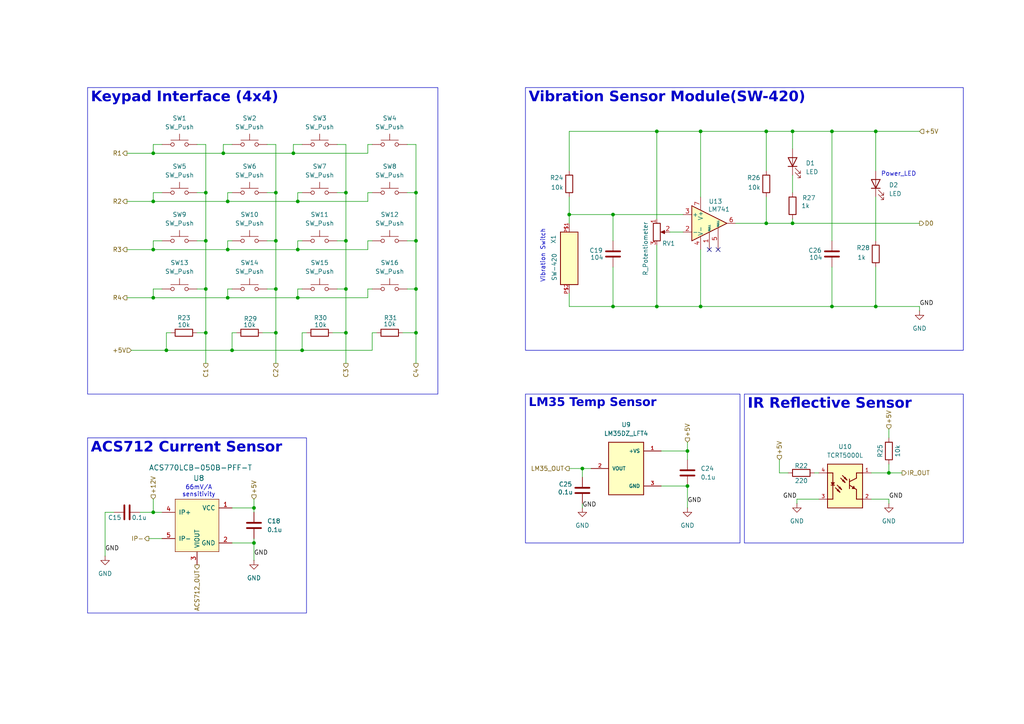
<source format=kicad_sch>
(kicad_sch (version 20250114) (generator "eeschema") (generator_version "9.0")
  (paper "A4")
  (title_block (title "Sensors and Keypad") (date "2026-01-7") (company "YUKESH S 2024104010"))
  (lib_symbols
    (symbol "Amplifier_Operational:LM741" (pin_names (offset 0.127))
      (property "Reference" "U13" (at 2.794 -4.064 0))
      (property "Value" "LM741" (at 3.302 -6.604 0))
      (symbol "LM741_0_1"
        (polyline (pts (xy -5.08 5.08) (xy 5.08 0) (xy -5.08 -5.08) (xy -5.08 5.08)) (stroke (width 0.254)) (fill (type background)))
      )
      (symbol "LM741_1_1"
        (pin input line (at -7.62 2.54 0) (length 2.54) (name "+") (number "3"))
        (pin input line (at -7.62 -2.54 0) (length 2.54) (name "-") (number "2"))
        (pin power_in line (at -2.54 7.62 270) (length 3.81) (name "V+") (number "7"))
        (pin power_in line (at -2.54 -7.62 90) (length 3.81) (name "V-") (number "4"))
        (pin no_connect line (at 0 2.54 270) (length 2.54) (hide yes) (name "NC") (number "8"))
        (pin input line (at 0 -7.62 90) (length 5.08) (name "NULL") (number "1"))
        (pin input line (at 2.54 -7.62 90) (length 6.35) (name "NULL") (number "5"))
        (pin output line (at 7.62 0 180) (length 2.54) (name "~") (number "6"))
      )
    )
    (symbol "Device:C" (pin_numbers (hide yes)) (pin_names (offset 0.254))
      (property "Reference" "C" (at 0.635 2.54 0))
      (property "Value" "C" (at 0.635 -2.54 0))
      (symbol "C_0_1"
        (polyline (pts (xy -2.032 0.762) (xy 2.032 0.762)) (stroke (width 0.508)))
        (polyline (pts (xy -2.032 -0.762) (xy 2.032 -0.762)) (stroke (width 0.508)))
      )
      (symbol "C_1_1"
        (pin passive line (at 0 3.81 270) (length 2.794) (name "~") (number "1"))
        (pin passive line (at 0 -3.81 90) (length 2.794) (name "~") (number "2"))
      )
    )
    (symbol "Device:LED" (pin_numbers (hide yes)) (pin_names (offset 1.016) (hide yes))
      (property "Reference" "D" (at 0 2.54 0))
      (property "Value" "LED" (at 0 -2.54 0))
      (symbol "LED_0_1"
        (polyline (pts (xy -3.048 -0.762) (xy -4.572 -2.286) (xy -3.81 -2.286) (xy -4.572 -2.286) (xy -4.572 -1.524)))
        (polyline (pts (xy -1.778 -0.762) (xy -3.302 -2.286) (xy -2.54 -2.286) (xy -3.302 -2.286) (xy -3.302 -1.524)))
        (polyline (pts (xy -1.27 0) (xy 1.27 0)))
        (polyline (pts (xy -1.27 -1.27) (xy -1.27 1.27)) (stroke (width 0.254)))
        (polyline (pts (xy 1.27 -1.27) (xy 1.27 1.27) (xy -1.27 0) (xy 1.27 -1.27)) (stroke (width 0.254)))
      )
      (symbol "LED_1_1"
        (pin passive line (at -3.81 0 0) (length 2.54) (name "K") (number "1"))
        (pin passive line (at 3.81 0 180) (length 2.54) (name "A") (number "2"))
      )
    )
    (symbol "Device:R" (pin_numbers (hide yes)) (pin_names (offset 0))
      (property "Reference" "R" (at 2.032 0 90))
      (property "Value" "R" (at 0 0 90))
      (symbol "R_0_1"
        (rectangle (start -1.016 -2.54) (end 1.016 2.54) (stroke (width 0.254)))
      )
      (symbol "R_1_1"
        (pin passive line (at 0 3.81 270) (length 1.27) (name "~") (number "1"))
        (pin passive line (at 0 -3.81 90) (length 1.27) (name "~") (number "2"))
      )
    )
    (symbol "Device:R_Potentiometer" (pin_names (offset 1.016) (hide yes))
      (property "Reference" "RV" (at -4.445 0 90))
      (property "Value" "R_Potentiometer" (at -2.54 0 90))
      (symbol "R_Potentiometer_0_1"
        (rectangle (start 1.016 2.54) (end -1.016 -2.54) (stroke (width 0.254)))
        (polyline (pts (xy 1.143 0) (xy 2.286 0.508) (xy 2.286 -0.508) (xy 1.143 0)) (fill (type outline)))
        (polyline (pts (xy 2.54 0) (xy 1.524 0)))
      )
      (symbol "R_Potentiometer_1_1"
        (pin passive line (at 0 3.81 270) (length 1.27) (name "1") (number "1"))
        (pin passive line (at 0 -3.81 90) (length 1.27) (name "3") (number "3"))
        (pin passive line (at 3.81 0 180) (length 1.27) (name "2") (number "2"))
      )
    )
    (symbol "LM35DZ_LFT4:LM35DZ_LFT4" (pin_names (offset 1.016))
      (property "Reference" "U9" (at 0 12.7 0))
      (property "Value" "LM35DZ_LFT4" (at 0 10.16 0))
      (symbol "LM35DZ_LFT4_0_0"
        (rectangle (start -5.08 -7.62) (end 5.08 7.62) (stroke (width 0.254)) (fill (type background)))
        (pin output line (at -10.16 0 0) (length 5.08) (name "VOUT") (number "2"))
        (pin power_in line (at 10.16 5.08 180) (length 5.08) (name "+VS") (number "1"))
        (pin power_in line (at 10.16 -5.08 180) (length 5.08) (name "GND") (number "3"))
      )
    )
    (symbol "SW-420:SW-420" (pin_names (offset 1.016))
      (property "Reference" "X1" (at 0.254 6.858 0))
      (property "Value" "SW-420" (at 0.254 4.572 0))
      (symbol "SW-420_0_0"
        (rectangle (start -7.62 -2.54) (end 7.62 2.54) (stroke (width 0.254)) (fill (type background)))
        (pin bidirectional line (at -10.16 0 0) (length 2.54) (name "~") (number "P$1"))
        (pin bidirectional line (at 10.16 0 180) (length 2.54) (name "~") (number "P$2"))
      )
    )
    (symbol "Switch:SW_Push" (pin_numbers (hide yes)) (pin_names (offset 1.016) (hide yes))
      (property "Reference" "SW" (at 1.27 2.54 0))
      (property "Value" "SW_Push" (at 0 -1.524 0))
      (symbol "SW_Push_0_1"
        (circle (center -2.032 0) (radius 0.508))
        (polyline (pts (xy 0 1.27) (xy 0 3.048)))
        (circle (center 2.032 0) (radius 0.508))
        (polyline (pts (xy 2.54 1.27) (xy -2.54 1.27)))
        (pin passive line (at -5.08 0 0) (length 2.54) (name "1") (number "1"))
        (pin passive line (at 5.08 0 180) (length 2.54) (name "2") (number "2"))
      )
    )
    (symbol "TCRT5000L:TCRT5000L" (pin_names (offset 1.016))
      (property "Reference" "U" (at -5.1092 5.6131 0))
      (property "Value" "TCRT5000L" (at -5.093 -10.1813 0))
      (symbol "TCRT5000L_0_0"
        (rectangle (start -5.08 -7.62) (end 5.08 5.08) (stroke (width 0.254)) (fill (type background)))
        (polyline (pts (xy -4.064 -1.016) (xy -3.556 -1.016)) (stroke (width 0.254)))
        (polyline (pts (xy -3.556 2.54) (xy -5.08 2.54)) (stroke (width 0.254)))
        (polyline (pts (xy -3.556 2.54) (xy -3.556 -0.254)) (stroke (width 0.254)))
        (polyline (pts (xy -3.556 -1.016) (xy -3.556 -5.08)) (stroke (width 0.254)))
        (polyline (pts (xy -3.556 -1.016) (xy -3.048 -1.016)) (stroke (width 0.254)))
        (polyline (pts (xy -3.556 -1.016) (xy -4.064 -0.254) (xy -3.048 -0.254) (xy -3.556 -1.016)) (stroke (width 0.1524)) (fill (type outline)))
        (polyline (pts (xy -3.556 -5.08) (xy -5.08 -5.08)) (stroke (width 0.254)))
        (polyline (pts (xy -2.794 -1.778) (xy -1.524 -3.048)) (stroke (width 0.254)))
        (polyline (pts (xy -2.286 -1.016) (xy -1.016 -2.286)) (stroke (width 0.254)))
        (polyline (pts (xy -1.524 -3.048) (xy -2.286 -2.54)) (stroke (width 0.254)))
        (polyline (pts (xy -1.524 -3.048) (xy -2.032 -2.286)) (stroke (width 0.254)))
        (polyline (pts (xy -1.27 1.016) (xy 0 -0.254)) (stroke (width 0.254)))
        (polyline (pts (xy -1.016 -2.286) (xy -1.778 -1.778)) (stroke (width 0.254)))
        (polyline (pts (xy -1.016 -2.286) (xy -1.524 -1.524)) (stroke (width 0.254)))
        (polyline (pts (xy -0.762 1.778) (xy 0.508 0.508)) (stroke (width 0.254)))
        (polyline (pts (xy 0 -0.254) (xy -0.762 0.254)) (stroke (width 0.254)))
        (polyline (pts (xy 0 -0.254) (xy -0.508 0.508)) (stroke (width 0.254)))
        (polyline (pts (xy 0.508 0.508) (xy -0.254 1.016)) (stroke (width 0.254)))
        (polyline (pts (xy 0.508 0.508) (xy 0 1.27)) (stroke (width 0.254)))
        (polyline (pts (xy 1.27 0) (xy 1.27 0.762)) (stroke (width 0.254)))
        (polyline (pts (xy 1.27 0) (xy 1.27 -1.016)) (stroke (width 0.254)))
        (polyline (pts (xy 1.27 -1.016) (xy 1.27 -2.032)) (stroke (width 0.254)))
        (polyline (pts (xy 1.27 -1.016) (xy 3.302 -2.286)) (stroke (width 0.254)))
        (polyline (pts (xy 2.032 -2.032) (xy 2.54 -1.27) (xy 2.794 -2.032) (xy 2.032 -2.032)) (stroke (width 0.1524)) (fill (type outline)))
        (polyline (pts (xy 3.302 2.54) (xy 3.302 1.016)) (stroke (width 0.254)))
        (polyline (pts (xy 3.302 2.54) (xy 5.08 2.54)) (stroke (width 0.254)))
        (polyline (pts (xy 3.302 1.016) (xy 1.27 0)) (stroke (width 0.254)))
        (polyline (pts (xy 3.302 -2.286) (xy 3.302 -5.08)) (stroke (width 0.254)))
        (polyline (pts (xy 3.302 -5.08) (xy 5.08 -5.08)) (stroke (width 0.254)))
        (pin passive line (at -7.62 2.54 0) (length 2.54) (name "~") (number "4"))
        (pin passive line (at -7.62 -5.08 0) (length 2.54) (name "~") (number "3"))
        (pin passive line (at 7.62 2.54 180) (length 2.54) (name "~") (number "1"))
        (pin passive line (at 7.62 -5.08 180) (length 2.54) (name "~") (number "2"))
      )
    )
    (symbol "dk_Current-Sensors:ACS770LCB-050B-PFF-T" (pin_names (offset 1.016))
      (property "Reference" "U8" (at 0 12.446 0))
      (property "Value" "ACS770LCB-050B-PFF-T" (at 1.016 15.494 0))
      (symbol "ACS770LCB-050B-PFF-T_1_1"
        (rectangle (start -6.35 6.35) (end 6.35 -8.89) (fill (type background)))
        (pin input line (at -10.16 2.54 0) (length 3.81) (name "IP+") (number "4"))
        (pin input line (at -10.16 -5.08 0) (length 3.81) (name "IP-") (number "5"))
        (pin output line (at 0 -12.7 90) (length 3.81) (name "VIOUT") (number "3"))
        (pin power_in line (at 10.16 3.81 180) (length 3.81) (name "VCC") (number "1"))
        (pin power_in line (at 10.16 -6.35 180) (length 3.81) (name "GND") (number "2"))
      )
    )
    (symbol "power:GND" (power) (pin_numbers (hide yes)) (pin_names (offset 0) (hide yes))
      (property "Value" "GND" (at 0 -3.81 0))
      (symbol "GND_0_1"
        (polyline (pts (xy 0 0) (xy 0 -1.27) (xy 1.27 -1.27) (xy 0 -2.54) (xy -1.27 -1.27) (xy 0 -1.27)))
      )
      (symbol "GND_1_1"
        (pin power_in line (at 0 0 270) (length 0) (name "~") (number "1"))
      )
    )
  )
  (text "Vibration Switch" (at 157.48 82.042 90) (effects (font (size 1.27 1.27)) (justify left)))
  (text "Power_LED" (at 255.524 50.546 0) (effects (font (size 1.27 1.27)) (justify left)))
  (text "66mV/A\nsensitivity" (at 57.658 142.494 0) (effects (font (size 1.27 1.27) (thickness 0.1588))))
  (text_box "ACS712 Current Sensor" (at 25.4 127 0) (size 63.5 50.8) (margins 0.9525 0.9525 0.9525 0.9525) (effects (font (size 3 3) (thickness 0.254) (bold yes)) (justify left top)))
  (text_box "Vibration Sensor Module(SW-420)" (at 152.4 25.4 0) (size 127 76.2) (margins 0.9525 0.9525 0.9525 0.9525) (effects (font (size 3 3) (bold yes)) (justify left top)))
  (text_box "IR Reflective Sensor" (at 215.9 114.3 0) (size 63.5 43.18) (margins 0.9525 0.9525 0.9525 0.9525) (effects (font (size 3 3) (thickness 0.254) (bold yes)) (justify left top)))
  (text_box "LM35 Temp Sensor" (at 152.4 114.3 0) (size 62.23 43.18) (margins 0.9525 0.9525 0.9525 0.9525) (effects (font (size 2.5 2.5) (thickness 0.254) (bold yes)) (justify left top)))
  (text_box "Keypad Interface (4x4)" (at 25.4 25.4 0) (size 101.6 88.9) (margins 0.9525 0.9525 0.9525 0.9525) (effects (font (size 3 3) (bold yes)) (justify left top)))
  (junction (at 86.36 58.42))
  (junction (at 100.33 55.88))
  (junction (at 199.39 140.97))
  (junction (at 44.45 58.42))
  (junction (at 120.65 96.52))
  (junction (at 86.36 86.36))
  (junction (at 120.65 83.82))
  (junction (at 100.33 69.85))
  (junction (at 73.66 157.48))
  (junction (at 87.63 101.6))
  (junction (at 100.33 96.52))
  (junction (at 85.09 44.45))
  (junction (at 73.66 147.32))
  (junction (at 222.25 64.77))
  (junction (at 80.01 83.82))
  (junction (at 254 88.9))
  (junction (at 177.8 88.9))
  (junction (at 254 38.1))
  (junction (at 59.69 69.85))
  (junction (at 177.8 62.23))
  (junction (at 100.33 83.82))
  (junction (at 190.5 38.1))
  (junction (at 120.65 55.88))
  (junction (at 44.45 148.59))
  (junction (at 203.2 38.1))
  (junction (at 66.04 58.42))
  (junction (at 59.69 83.82))
  (junction (at 59.69 55.88))
  (junction (at 66.04 86.36))
  (junction (at 44.45 86.36))
  (junction (at 168.91 135.89))
  (junction (at 190.5 88.9))
  (junction (at 64.77 44.45))
  (junction (at 257.81 137.16))
  (junction (at 44.45 44.45))
  (junction (at 48.26 101.6))
  (junction (at 80.01 69.85))
  (junction (at 199.39 130.81))
  (junction (at 80.01 55.88))
  (junction (at 229.87 38.1))
  (junction (at 203.2 88.9))
  (junction (at 165.1 62.23))
  (junction (at 222.25 38.1))
  (junction (at 44.45 72.39))
  (junction (at 241.3 88.9))
  (junction (at 67.31 101.6))
  (junction (at 229.87 64.77))
  (junction (at 80.01 96.52))
  (junction (at 66.04 72.39))
  (junction (at 59.69 96.52))
  (junction (at 241.3 38.1))
  (junction (at 86.36 72.39))
  (junction (at 120.65 69.85))
  (no_connect (at 208.28 72.39))
  (no_connect (at 205.74 72.39))
  (wire (pts (xy 226.06 133.35) (xy 226.06 137.16)))
  (wire (pts (xy 100.33 69.85) (xy 100.33 83.82)))
  (wire (pts (xy 106.68 41.91) (xy 107.95 41.91)))
  (wire (pts (xy 36.83 58.42) (xy 44.45 58.42)))
  (wire (pts (xy 97.79 41.91) (xy 100.33 41.91)))
  (wire (pts (xy 44.45 55.88) (xy 44.45 58.42)))
  (wire (pts (xy 252.73 144.78) (xy 257.81 144.78)))
  (wire (pts (xy 66.04 69.85) (xy 66.04 72.39)))
  (wire (pts (xy 106.68 55.88) (xy 106.68 58.42)))
  (wire (pts (xy 120.65 55.88) (xy 120.65 69.85)))
  (wire (pts (xy 107.95 101.6) (xy 107.95 96.52)))
  (wire (pts (xy 86.36 69.85) (xy 86.36 72.39)))
  (wire (pts (xy 44.45 58.42) (xy 66.04 58.42)))
  (wire (pts (xy 222.25 57.15) (xy 222.25 64.77)))
  (wire (pts (xy 59.69 83.82) (xy 59.69 96.52)))
  (wire (pts (xy 44.45 86.36) (xy 66.04 86.36)))
  (wire (pts (xy 87.63 41.91) (xy 85.09 41.91)))
  (wire (pts (xy 86.36 58.42) (xy 106.68 58.42)))
  (wire (pts (xy 241.3 88.9) (xy 203.2 88.9)))
  (wire (pts (xy 191.77 140.97) (xy 199.39 140.97)))
  (wire (pts (xy 59.69 41.91) (xy 59.69 55.88)))
  (wire (pts (xy 30.48 148.59) (xy 30.48 161.29)))
  (wire (pts (xy 203.2 38.1) (xy 222.25 38.1)))
  (wire (pts (xy 87.63 83.82) (xy 86.36 83.82)))
  (wire (pts (xy 33.02 148.59) (xy 30.48 148.59)))
  (wire (pts (xy 73.66 144.78) (xy 73.66 147.32)))
  (wire (pts (xy 231.14 144.78) (xy 237.49 144.78)))
  (wire (pts (xy 229.87 50.8) (xy 229.87 55.88)))
  (wire (pts (xy 190.5 71.12) (xy 190.5 88.9)))
  (wire (pts (xy 66.04 58.42) (xy 86.36 58.42)))
  (wire (pts (xy 165.1 85.09) (xy 165.1 88.9)))
  (wire (pts (xy 86.36 72.39) (xy 106.68 72.39)))
  (wire (pts (xy 97.79 83.82) (xy 100.33 83.82)))
  (wire (pts (xy 67.31 83.82) (xy 66.04 83.82)))
  (wire (pts (xy 177.8 88.9) (xy 190.5 88.9)))
  (wire (pts (xy 190.5 38.1) (xy 203.2 38.1)))
  (wire (pts (xy 116.84 96.52) (xy 120.65 96.52)))
  (wire (pts (xy 254 88.9) (xy 241.3 88.9)))
  (wire (pts (xy 199.39 140.97) (xy 199.39 147.32)))
  (wire (pts (xy 57.15 96.52) (xy 59.69 96.52)))
  (wire (pts (xy 106.68 41.91) (xy 106.68 44.45)))
  (wire (pts (xy 67.31 69.85) (xy 66.04 69.85)))
  (wire (pts (xy 73.66 156.21) (xy 73.66 157.48)))
  (wire (pts (xy 199.39 128.27) (xy 199.39 130.81)))
  (wire (pts (xy 254 38.1) (xy 254 49.53)))
  (wire (pts (xy 254 38.1) (xy 266.7 38.1)))
  (wire (pts (xy 177.8 77.47) (xy 177.8 88.9)))
  (wire (pts (xy 73.66 157.48) (xy 73.66 162.56)))
  (wire (pts (xy 59.69 55.88) (xy 59.69 69.85)))
  (wire (pts (xy 236.22 137.16) (xy 237.49 137.16)))
  (wire (pts (xy 107.95 55.88) (xy 106.68 55.88)))
  (wire (pts (xy 165.1 62.23) (xy 177.8 62.23)))
  (wire (pts (xy 57.15 69.85) (xy 59.69 69.85)))
  (wire (pts (xy 168.91 135.89) (xy 171.45 135.89)))
  (wire (pts (xy 85.09 41.91) (xy 85.09 44.45)))
  (wire (pts (xy 106.68 83.82) (xy 106.68 86.36)))
  (wire (pts (xy 86.36 55.88) (xy 86.36 58.42)))
  (wire (pts (xy 118.11 83.82) (xy 120.65 83.82)))
  (wire (pts (xy 190.5 38.1) (xy 190.5 63.5)))
  (wire (pts (xy 48.26 96.52) (xy 48.26 101.6)))
  (wire (pts (xy 44.45 44.45) (xy 64.77 44.45)))
  (wire (pts (xy 165.1 57.15) (xy 165.1 62.23)))
  (wire (pts (xy 165.1 88.9) (xy 177.8 88.9)))
  (wire (pts (xy 254 57.15) (xy 254 69.85)))
  (wire (pts (xy 57.15 83.82) (xy 59.69 83.82)))
  (wire (pts (xy 67.31 41.91) (xy 64.77 41.91)))
  (wire (pts (xy 44.45 148.59) (xy 46.99 148.59)))
  (wire (pts (xy 80.01 96.52) (xy 80.01 105.41)))
  (wire (pts (xy 36.83 86.36) (xy 44.45 86.36)))
  (wire (pts (xy 46.99 69.85) (xy 44.45 69.85)))
  (wire (pts (xy 191.77 130.81) (xy 199.39 130.81)))
  (wire (pts (xy 66.04 72.39) (xy 86.36 72.39)))
  (wire (pts (xy 222.25 38.1) (xy 229.87 38.1)))
  (wire (pts (xy 57.15 55.88) (xy 59.69 55.88)))
  (wire (pts (xy 67.31 101.6) (xy 87.63 101.6)))
  (wire (pts (xy 266.7 90.17) (xy 266.7 88.9)))
  (wire (pts (xy 46.99 83.82) (xy 44.45 83.82)))
  (wire (pts (xy 86.36 86.36) (xy 106.68 86.36)))
  (wire (pts (xy 120.65 96.52) (xy 120.65 105.41)))
  (wire (pts (xy 85.09 44.45) (xy 106.68 44.45)))
  (wire (pts (xy 203.2 88.9) (xy 190.5 88.9)))
  (wire (pts (xy 44.45 69.85) (xy 44.45 72.39)))
  (wire (pts (xy 257.81 137.16) (xy 261.62 137.16)))
  (wire (pts (xy 67.31 55.88) (xy 66.04 55.88)))
  (wire (pts (xy 86.36 83.82) (xy 86.36 86.36)))
  (wire (pts (xy 231.14 146.05) (xy 231.14 144.78)))
  (wire (pts (xy 44.45 83.82) (xy 44.45 86.36)))
  (wire (pts (xy 107.95 96.52) (xy 109.22 96.52)))
  (wire (pts (xy 87.63 101.6) (xy 107.95 101.6)))
  (wire (pts (xy 66.04 86.36) (xy 86.36 86.36)))
  (wire (pts (xy 107.95 83.82) (xy 106.68 83.82)))
  (wire (pts (xy 165.1 135.89) (xy 168.91 135.89)))
  (wire (pts (xy 168.91 135.89) (xy 168.91 138.43)))
  (wire (pts (xy 97.79 55.88) (xy 100.33 55.88)))
  (wire (pts (xy 229.87 38.1) (xy 229.87 43.18)))
  (wire (pts (xy 120.65 83.82) (xy 120.65 96.52)))
  (wire (pts (xy 199.39 130.81) (xy 199.39 133.35)))
  (wire (pts (xy 120.65 41.91) (xy 120.65 55.88)))
  (wire (pts (xy 241.3 77.47) (xy 241.3 88.9)))
  (wire (pts (xy 257.81 144.78) (xy 257.81 146.05)))
  (wire (pts (xy 118.11 41.91) (xy 120.65 41.91)))
  (wire (pts (xy 241.3 38.1) (xy 241.3 69.85)))
  (wire (pts (xy 88.9 96.52) (xy 87.63 96.52)))
  (wire (pts (xy 222.25 38.1) (xy 222.25 49.53)))
  (wire (pts (xy 177.8 62.23) (xy 198.12 62.23)))
  (wire (pts (xy 194.31 67.31) (xy 198.12 67.31)))
  (wire (pts (xy 59.69 96.52) (xy 59.69 105.41)))
  (wire (pts (xy 229.87 64.77) (xy 266.7 64.77)))
  (wire (pts (xy 64.77 41.91) (xy 64.77 44.45)))
  (wire (pts (xy 67.31 96.52) (xy 67.31 101.6)))
  (wire (pts (xy 87.63 96.52) (xy 87.63 101.6)))
  (wire (pts (xy 213.36 64.77) (xy 222.25 64.77)))
  (wire (pts (xy 80.01 69.85) (xy 80.01 83.82)))
  (wire (pts (xy 165.1 38.1) (xy 190.5 38.1)))
  (wire (pts (xy 66.04 55.88) (xy 66.04 58.42)))
  (wire (pts (xy 77.47 41.91) (xy 80.01 41.91)))
  (wire (pts (xy 87.63 55.88) (xy 86.36 55.88)))
  (wire (pts (xy 68.58 96.52) (xy 67.31 96.52)))
  (wire (pts (xy 229.87 38.1) (xy 241.3 38.1)))
  (wire (pts (xy 57.15 41.91) (xy 59.69 41.91)))
  (wire (pts (xy 46.99 55.88) (xy 44.45 55.88)))
  (wire (pts (xy 222.25 64.77) (xy 229.87 64.77)))
  (wire (pts (xy 80.01 55.88) (xy 80.01 69.85)))
  (wire (pts (xy 168.91 146.05) (xy 168.91 147.32)))
  (wire (pts (xy 165.1 62.23) (xy 165.1 64.77)))
  (wire (pts (xy 67.31 157.48) (xy 73.66 157.48)))
  (wire (pts (xy 36.83 72.39) (xy 44.45 72.39)))
  (wire (pts (xy 257.81 124.46) (xy 257.81 127)))
  (wire (pts (xy 177.8 62.23) (xy 177.8 69.85)))
  (wire (pts (xy 77.47 83.82) (xy 80.01 83.82)))
  (wire (pts (xy 48.26 101.6) (xy 67.31 101.6)))
  (wire (pts (xy 97.79 69.85) (xy 100.33 69.85)))
  (wire (pts (xy 254 77.47) (xy 254 88.9)))
  (wire (pts (xy 38.1 101.6) (xy 48.26 101.6)))
  (wire (pts (xy 100.33 41.91) (xy 100.33 55.88)))
  (wire (pts (xy 66.04 83.82) (xy 66.04 86.36)))
  (wire (pts (xy 80.01 83.82) (xy 80.01 96.52)))
  (wire (pts (xy 203.2 38.1) (xy 203.2 57.15)))
  (wire (pts (xy 241.3 38.1) (xy 254 38.1)))
  (wire (pts (xy 118.11 69.85) (xy 120.65 69.85)))
  (wire (pts (xy 44.45 144.78) (xy 44.45 148.59)))
  (wire (pts (xy 96.52 96.52) (xy 100.33 96.52)))
  (wire (pts (xy 76.2 96.52) (xy 80.01 96.52)))
  (wire (pts (xy 77.47 69.85) (xy 80.01 69.85)))
  (wire (pts (xy 107.95 69.85) (xy 106.68 69.85)))
  (wire (pts (xy 46.99 41.91) (xy 44.45 41.91)))
  (wire (pts (xy 203.2 72.39) (xy 203.2 88.9)))
  (wire (pts (xy 257.81 134.62) (xy 257.81 137.16)))
  (wire (pts (xy 100.33 96.52) (xy 100.33 105.41)))
  (wire (pts (xy 120.65 69.85) (xy 120.65 83.82)))
  (wire (pts (xy 36.83 44.45) (xy 44.45 44.45)))
  (wire (pts (xy 77.47 55.88) (xy 80.01 55.88)))
  (wire (pts (xy 252.73 137.16) (xy 257.81 137.16)))
  (wire (pts (xy 87.63 69.85) (xy 86.36 69.85)))
  (wire (pts (xy 229.87 63.5) (xy 229.87 64.77)))
  (wire (pts (xy 165.1 49.53) (xy 165.1 38.1)))
  (wire (pts (xy 106.68 69.85) (xy 106.68 72.39)))
  (wire (pts (xy 80.01 41.91) (xy 80.01 55.88)))
  (wire (pts (xy 73.66 147.32) (xy 73.66 148.59)))
  (wire (pts (xy 59.69 69.85) (xy 59.69 83.82)))
  (wire (pts (xy 43.18 156.21) (xy 46.99 156.21)))
  (wire (pts (xy 44.45 72.39) (xy 66.04 72.39)))
  (wire (pts (xy 118.11 55.88) (xy 120.65 55.88)))
  (wire (pts (xy 44.45 148.59) (xy 40.64 148.59)))
  (wire (pts (xy 44.45 41.91) (xy 44.45 44.45)))
  (wire (pts (xy 100.33 83.82) (xy 100.33 96.52)))
  (wire (pts (xy 226.06 137.16) (xy 228.6 137.16)))
  (wire (pts (xy 64.77 44.45) (xy 85.09 44.45)))
  (wire (pts (xy 49.53 96.52) (xy 48.26 96.52)))
  (wire (pts (xy 67.31 147.32) (xy 73.66 147.32)))
  (wire (pts (xy 100.33 55.88) (xy 100.33 69.85)))
  (wire (pts (xy 266.7 88.9) (xy 254 88.9)))
  (label "GND" (at 199.39 146.05 0))
  (label "GND" (at 257.81 144.78 0))
  (label "GND" (at 266.7 88.9 0))
  (label "GND" (at 231.14 144.78 180))
  (label "GND" (at 73.66 161.29 0))
  (label "GND" (at 30.48 160.02 0))
  (label "GND" (at 168.91 147.32 0))
  (hierarchical_label "+5V" (shape input) (at 38.1 101.6 180) (effects (font (thickness 0.1588))))
  (hierarchical_label "+5V" (shape input) (at 199.39 128.27 90) (effects (font (thickness 0.1588))))
  (hierarchical_label "C2" (shape output) (at 80.01 105.41 270))
  (hierarchical_label "C4" (shape output) (at 120.65 105.41 270))
  (hierarchical_label "C1" (shape output) (at 59.69 105.41 270))
  (hierarchical_label "C3" (shape output) (at 100.33 105.41 270))
  (hierarchical_label "+5V" (shape input) (at 266.7 38.1 0) (effects (font (thickness 0.1588))))
  (hierarchical_label "+12V" (shape input) (at 44.45 144.78 90) (effects (font (thickness 0.1588))))
  (hierarchical_label "ACS712_OUT" (shape output) (at 57.15 163.83 270) (effects (font (thickness 0.1588))))
  (hierarchical_label "LM35_OUT" (shape output) (at 165.1 135.89 180) (effects (font (thickness 0.1588))))
  (hierarchical_label "IR_OUT" (shape output) (at 261.62 137.16 0))
  (hierarchical_label "R2" (shape output) (at 36.83 58.42 180) (effects (font (thickness 0.1588))))
  (hierarchical_label "R4" (shape output) (at 36.83 86.36 180) (effects (font (thickness 0.1588))))
  (hierarchical_label "R1" (shape output) (at 36.83 44.45 180) (effects (font (thickness 0.1588))))
  (hierarchical_label "R3" (shape output) (at 36.83 72.39 180) (effects (font (thickness 0.1588))))
  (hierarchical_label "+5V" (shape input) (at 257.81 124.46 90) (effects (font (thickness 0.1588))))
  (hierarchical_label "IP-" (shape output) (at 43.18 156.21 180) (effects (font (thickness 0.1588))))
  (hierarchical_label "+5V" (shape input) (at 226.06 133.35 90) (effects (font (thickness 0.1588))))
  (hierarchical_label "+5V" (shape input) (at 73.66 144.78 90) (effects (font (thickness 0.1588))))
  (hierarchical_label "D0" (shape output) (at 266.7 64.77 0))
  (symbol (lib_id "Switch:SW_Push") (at 72.39 41.91 0) (unit 1)
    (property "Reference" "SW2" (at 72.39 34.29 0))
    (property "Value" "SW_Push" (at 72.39 36.83 0))
    (property "Footprint" "Button_Switch_THT:SW_PUSH_1P1T_6x3.5mm_H5.0_APEM_MJTP1250" (effects (hide yes)))
    (property "Description" "Push button switch, generic, two pins" (effects (hide yes)))
  )
  (symbol (lib_id "Switch:SW_Push") (at 72.39 69.85 0) (unit 1)
    (property "Reference" "SW10" (at 72.39 62.23 0))
    (property "Value" "SW_Push" (at 72.39 64.77 0))
    (property "Footprint" "Button_Switch_THT:SW_PUSH_1P1T_6x3.5mm_H5.0_APEM_MJTP1250" (effects (hide yes)))
    (property "Description" "Push button switch, generic, two pins" (effects (hide yes)))
  )
  (symbol (lib_id "Device:R") (at 257.81 130.81 180) (unit 1)
    (property "Reference" "R25" (at 255.27 130.81 90))
    (property "Value" "10k" (at 260.35 130.81 90))
    (property "Footprint" "Resistor_SMD:R_0805_2012Metric" (effects (hide yes)))
    (property "Description" "Resistor" (effects (hide yes)))
  )
  (symbol (lib_id "Switch:SW_Push") (at 92.71 69.85 0) (unit 1)
    (property "Reference" "SW11" (at 92.71 62.23 0))
    (property "Value" "SW_Push" (at 92.71 64.77 0))
    (property "Footprint" "Button_Switch_THT:SW_PUSH_1P1T_6x3.5mm_H5.0_APEM_MJTP1250" (effects (hide yes)))
    (property "Description" "Push button switch, generic, two pins" (effects (hide yes)))
  )
  (symbol (lib_id "power:GND") (at 199.39 147.32 0) (unit 1)
    (property "Reference" "#PWR041" (effects (hide yes)))
    (property "Value" "GND" (at 199.39 152.4 0))
    (property "Description" "Power symbol creates a global label with name \"GND\" , ground" (effects (hide yes)))
  )
  (symbol (lib_id "Device:C") (at 177.8 73.66 0) (unit 1)
    (property "Reference" "C19" (at 170.942 72.644 0) (effects (justify left)))
    (property "Value" "104" (at 171.196 74.676 0) (effects (justify left)))
    (property "Footprint" "Capacitor_SMD:C_0805_2012Metric" (effects (hide yes)))
    (property "Description" "Unpolarized capacitor" (effects (hide yes)))
  )
  (symbol (lib_id "Switch:SW_Push") (at 92.71 55.88 0) (unit 1)
    (property "Reference" "SW7" (at 92.71 48.26 0))
    (property "Value" "SW_Push" (at 92.71 50.8 0))
    (property "Footprint" "Button_Switch_THT:SW_PUSH_1P1T_6x3.5mm_H5.0_APEM_MJTP1250" (effects (hide yes)))
    (property "Description" "Push button switch, generic, two pins" (effects (hide yes)))
  )
  (symbol (lib_id "power:GND") (at 73.66 162.56 0) (unit 1)
    (property "Reference" "#PWR038" (effects (hide yes)))
    (property "Value" "GND" (at 73.66 167.64 0))
    (property "Description" "Power symbol creates a global label with name \"GND\" , ground" (effects (hide yes)))
  )
  (symbol (lib_id "Switch:SW_Push") (at 113.03 41.91 0) (unit 1)
    (property "Reference" "SW4" (at 113.03 34.29 0))
    (property "Value" "SW_Push" (at 113.03 36.83 0))
    (property "Footprint" "Button_Switch_THT:SW_PUSH_1P1T_6x3.5mm_H5.0_APEM_MJTP1250" (effects (hide yes)))
    (property "Description" "Push button switch, generic, two pins" (effects (hide yes)))
  )
  (symbol (lib_id "SW-420:SW-420") (at 165.1 74.93 270) (unit 1)
    (property "Reference" "X1" (at 160.528 68.072 0) (effects (justify left)))
    (property "Value" "SW-420" (at 160.782 73.406 0) (effects (justify left)))
    (property "Footprint" "Footprints:SW-420" (effects (hide yes)))
    (property "MF" "Stancor" (effects (hide yes)))
    (property "Description_1" "Power Transformer 2500Vrms 6VA 6 Terminal PC Pin Thru-Hole" (effects (hide yes)))
    (property "Package" "None" (effects (hide yes)))
    (property "Price" "None" (effects (hide yes)))
    (property "SnapEDA_Link" "https://www.snapeda.com/parts/SW-420/Stancor/view-part/?ref=snap" (effects (hide yes)))
    (property "MP" "SW-420" (effects (hide yes)))
    (property "Availability" "Not in stock" (effects (hide yes)))
    (property "Check_prices" "https://www.snapeda.com/parts/SW-420/Stancor/view-part/?ref=eda" (effects (hide yes)))
  )
  (symbol (lib_id "dk_Current-Sensors:ACS770LCB-050B-PFF-T") (at 57.15 151.13 0) (unit 1)
    (property "Reference" "U8" (at 57.658 138.684 0) (effects (font (size 1.524 1.524))))
    (property "Value" "ACS770LCB-050B-PFF-T" (at 58.166 135.636 0) (effects (font (size 1.524 1.524))))
    (property "Footprint" "digikey-footprints:CB-5_Formed_Leads" (effects (hide yes)))
    (property "Datasheet" "https://www.allegromicro.com/~/media/Files/Datasheets/ACS770-Datasheet.pdf" (effects (hide yes)))
    (property "Description" "SENSOR CURRENT HALL 50A AC/DC" (effects (hide yes)))
    (property "Digi-Key_PN" "620-1541-5-ND" (effects (hide yes)))
    (property "MPN" "ACS770LCB-050B-PFF-T" (effects (hide yes)))
    (property "Category" "Sensors, Transducers" (effects (hide yes)))
    (property "Family" "Current Sensors" (effects (hide yes)))
    (property "DK_Datasheet_Link" "https://www.allegromicro.com/~{/media/Files/Datasheets/ACS770-Datasheet.pdf}" (effects (hide yes)))
    (property "DK_Detail_Page" "/product-detail/en/allegro-microsystems-llc/ACS770LCB-050B-PFF-T/620-1541-5-ND/4473980" (effects (hide yes)))
    (property "Description_1" "SENSOR CURRENT HALL 50A AC/DC" (effects (hide yes)))
    (property "Manufacturer" "Allegro MicroSystems, LLC" (effects (hide yes)))
    (property "Status" "Active" (effects (hide yes)))
  )
  (symbol (lib_id "Device:R") (at 53.34 96.52 90) (unit 1)
    (property "Reference" "R23" (at 53.34 92.202 90))
    (property "Value" "10k" (at 53.34 94.234 90))
    (property "Footprint" "Resistor_SMD:R_0805_2012Metric" (effects (hide yes)))
    (property "Description" "Resistor" (effects (hide yes)))
  )
  (symbol (lib_id "Device:C") (at 73.66 152.4 0) (unit 1)
    (property "Reference" "C18" (at 77.47 151.1299 0) (effects (justify left)))
    (property "Value" "0.1u" (at 77.47 153.6699 0) (effects (justify left)))
    (property "Footprint" "Capacitor_SMD:C_0805_2012Metric" (effects (hide yes)))
    (property "Description" "Unpolarized capacitor" (effects (hide yes)))
  )
  (symbol (lib_id "power:GND") (at 168.91 147.32 0) (unit 1)
    (property "Reference" "#PWR042" (effects (hide yes)))
    (property "Value" "GND" (at 168.91 152.4 0))
    (property "Description" "Power symbol creates a global label with name \"GND\" , ground" (effects (hide yes)))
  )
  (symbol (lib_id "Switch:SW_Push") (at 52.07 69.85 0) (unit 1)
    (property "Reference" "SW9" (at 52.07 62.23 0))
    (property "Value" "SW_Push" (at 52.07 64.77 0))
    (property "Footprint" "Button_Switch_THT:SW_PUSH_1P1T_6x3.5mm_H5.0_APEM_MJTP1250" (effects (hide yes)))
    (property "Description" "Push button switch, generic, two pins" (effects (hide yes)))
  )
  (symbol (lib_id "Device:R") (at 232.41 137.16 90) (unit 1)
    (property "Reference" "R22" (at 232.41 135.128 90))
    (property "Value" "220" (at 232.41 139.446 90))
    (property "Footprint" "Resistor_SMD:R_0805_2012Metric" (effects (hide yes)))
    (property "Description" "Resistor" (effects (hide yes)))
  )
  (symbol (lib_id "Device:C") (at 241.3 73.66 0) (unit 1)
    (property "Reference" "C26" (at 234.442 72.644 0) (effects (justify left)))
    (property "Value" "104" (at 234.696 74.676 0) (effects (justify left)))
    (property "Footprint" "Capacitor_SMD:C_0805_2012Metric" (effects (hide yes)))
    (property "Description" "Unpolarized capacitor" (effects (hide yes)))
  )
  (symbol (lib_id "Device:R") (at 72.39 96.52 90) (unit 1)
    (property "Reference" "R29" (at 72.644 92.456 90))
    (property "Value" "10k" (at 72.39 94.234 90))
    (property "Footprint" "Resistor_SMD:R_0805_2012Metric" (effects (hide yes)))
    (property "Description" "Resistor" (effects (hide yes)))
  )
  (symbol (lib_id "power:GND") (at 231.14 146.05 0) (unit 1)
    (property "Reference" "#PWR043" (effects (hide yes)))
    (property "Value" "GND" (at 231.14 151.13 0))
    (property "Description" "Power symbol creates a global label with name \"GND\" , ground" (effects (hide yes)))
  )
  (symbol (lib_id "Switch:SW_Push") (at 92.71 83.82 0) (unit 1)
    (property "Reference" "SW15" (at 92.71 76.2 0))
    (property "Value" "SW_Push" (at 92.71 78.74 0))
    (property "Footprint" "Button_Switch_THT:SW_PUSH_1P1T_6x3.5mm_H5.0_APEM_MJTP1250" (effects (hide yes)))
    (property "Description" "Push button switch, generic, two pins" (effects (hide yes)))
  )
  (symbol (lib_id "Device:LED") (at 254 53.34 90) (unit 1)
    (property "Reference" "D2" (at 257.81 53.6574 90) (effects (justify right)))
    (property "Value" "LED" (at 257.81 56.1974 90) (effects (justify right)))
    (property "Footprint" "LED_SMD:LED_0805_2012Metric_Pad1.15x1.40mm_HandSolder" (effects (hide yes)))
    (property "Description" "Light emitting diode" (effects (hide yes)))
    (property "Sim.Pins" "1=K 2=A" (effects (hide yes)))
  )
  (symbol (lib_id "Switch:SW_Push") (at 72.39 83.82 0) (unit 1)
    (property "Reference" "SW14" (at 72.39 76.2 0))
    (property "Value" "SW_Push" (at 72.39 78.74 0))
    (property "Footprint" "Button_Switch_THT:SW_PUSH_1P1T_6x3.5mm_H5.0_APEM_MJTP1250" (effects (hide yes)))
    (property "Description" "Push button switch, generic, two pins" (effects (hide yes)))
  )
  (symbol (lib_id "LM35DZ_LFT4:LM35DZ_LFT4") (at 181.61 135.89 0) (unit 1)
    (property "Reference" "U9" (at 181.61 123.19 0))
    (property "Value" "LM35DZ_LFT4" (at 181.61 125.73 0))
    (property "Footprint" "Footprints:IC_LM35DZ_LFT4" (effects (hide yes)))
    (property "MF" "Texas Instruments" (effects (hide yes)))
    (property "MAXIMUM_PACKAGE_HEIGHT" "9.34mm" (effects (hide yes)))
    (property "CREATOR" "DIZAR" (effects (hide yes)))
    (property "Price" "None" (effects (hide yes)))
    (property "Package" "TO-92-3 Texas Instruments" (effects (hide yes)))
    (property "Check_prices" "https://www.snapeda.com/parts/LM35DZ/LFT4/Texas+Instruments/view-part/?ref=eda" (effects (hide yes)))
    (property "STANDARD" "Manufacturer Recommendations" (effects (hide yes)))
    (property "PARTREV" "H" (effects (hide yes)))
    (property "SnapEDA_Link" "https://www.snapeda.com/parts/LM35DZ/LFT4/Texas+Instruments/view-part/?ref=snap" (effects (hide yes)))
    (property "MP" "LM35DZ/LFT4" (effects (hide yes)))
    (property "Purchase-URL" "https://www.snapeda.com/api/url_track_click_mouser/?unipart_id=19432&manufacturer=Texas Instruments&part_name=LM35DZ/LFT4&search_term=lm35dz" (effects (hide yes)))
    (property "Description_1" "1C high voltage analog temperature sensor, 10 mV/C" (effects (hide yes)))
    (property "Availability" "In Stock" (effects (hide yes)))
    (property "MANUFACTURER" "Texas Instruments" (effects (hide yes)))
  )
  (symbol (lib_id "power:GND") (at 266.7 90.17 0) (unit 1)
    (property "Reference" "#PWR048" (effects (hide yes)))
    (property "Value" "GND" (at 266.7 95.25 0))
    (property "Description" "Power symbol creates a global label with name \"GND\" , ground" (effects (hide yes)))
  )
  (symbol (lib_id "Device:C") (at 36.83 148.59 270) (mirror x) (unit 1)
    (property "Reference" "C15" (at 33.274 150.114 90))
    (property "Value" "0.1u" (at 40.386 150.114 90))
    (property "Footprint" "Capacitor_SMD:C_0805_2012Metric" (effects (hide yes)))
    (property "Description" "Unpolarized capacitor" (effects (hide yes)))
  )
  (symbol (lib_id "TCRT5000L:TCRT5000L") (at 245.11 139.7 0) (unit 1)
    (property "Reference" "U10" (at 245.11 129.54 0))
    (property "Value" "TCRT5000L" (at 245.11 132.08 0))
    (property "Footprint" "Footprints:XDCR_TCRT5000L" (effects (hide yes)))
    (property "MF" "Vishay" (effects (hide yes)))
    (property "DESCRIPTION" "TCRT5000 Series 940 nm 100 mA 60 mA Transistor Output Reflective Optical Sensor" (effects (hide yes)))
    (property "PACKAGE" "PCB Mount Vishay" (effects (hide yes)))
    (property "PRICE" "0.60 USD" (effects (hide yes)))
    (property "Package" "None" (effects (hide yes)))
    (property "Check_prices" "https://www.snapeda.com/parts/TCRT5000L/Vishay+Semiconductor+Opto+Division/view-part/?ref=eda" (effects (hide yes)))
    (property "Price" "None" (effects (hide yes)))
    (property "SnapEDA_Link" "https://www.snapeda.com/parts/TCRT5000L/Vishay+Semiconductor+Opto+Division/view-part/?ref=snap" (effects (hide yes)))
    (property "MP" "TCRT5000L" (effects (hide yes)))
    (property "Purchase-URL" "https://www.snapeda.com/api/url_track_click_mouser/?unipart_id=229608&manufacturer=Vishay&part_name=TCRT5000L&search_term=tcrt5000" (effects (hide yes)))
    (property "Availability" "In Stock" (effects (hide yes)))
    (property "AVAILABILITY" "Good" (effects (hide yes)))
    (property "Description_1" "Reflective Optical Sensor 0.591 (15mm) PCB Mount" (effects (hide yes)))
  )
  (symbol (lib_id "Switch:SW_Push") (at 92.71 41.91 0) (unit 1)
    (property "Reference" "SW3" (at 92.71 34.29 0))
    (property "Value" "SW_Push" (at 92.71 36.83 0))
    (property "Footprint" "Button_Switch_THT:SW_PUSH_1P1T_6x3.5mm_H5.0_APEM_MJTP1250" (effects (hide yes)))
    (property "Description" "Push button switch, generic, two pins" (effects (hide yes)))
  )
  (symbol (lib_id "Device:R") (at 229.87 59.69 0) (unit 1)
    (property "Reference" "R27" (at 232.664 57.404 0) (effects (justify left)))
    (property "Value" "1k" (at 232.41 59.69 0) (effects (justify left)))
    (property "Footprint" "Resistor_SMD:R_0805_2012Metric" (effects (hide yes)))
    (property "Description" "Resistor" (effects (hide yes)))
  )
  (symbol (lib_id "Switch:SW_Push") (at 52.07 41.91 0) (unit 1)
    (property "Reference" "SW1" (at 52.07 34.29 0))
    (property "Value" "SW_Push" (at 52.07 36.83 0))
    (property "Footprint" "Button_Switch_THT:SW_PUSH_1P1T_6x3.5mm_H5.0_APEM_MJTP1250" (effects (hide yes)))
    (property "Description" "Push button switch, generic, two pins" (effects (hide yes)))
  )
  (symbol (lib_id "Switch:SW_Push") (at 113.03 69.85 0) (unit 1)
    (property "Reference" "SW12" (at 113.03 62.23 0))
    (property "Value" "SW_Push" (at 113.03 64.77 0))
    (property "Footprint" "Button_Switch_THT:SW_PUSH_1P1T_6x3.5mm_H5.0_APEM_MJTP1250" (effects (hide yes)))
    (property "Description" "Push button switch, generic, two pins" (effects (hide yes)))
  )
  (symbol (lib_id "Device:R") (at 254 73.66 0) (unit 1)
    (property "Reference" "R28" (at 248.412 71.882 0) (effects (justify left)))
    (property "Value" "1k" (at 248.666 74.676 0) (effects (justify left)))
    (property "Footprint" "Resistor_SMD:R_0805_2012Metric" (effects (hide yes)))
    (property "Description" "Resistor" (effects (hide yes)))
  )
  (symbol (lib_id "Device:C") (at 199.39 137.16 0) (unit 1)
    (property "Reference" "C24" (at 203.2 135.8899 0) (effects (justify left)))
    (property "Value" "0.1u" (at 203.2 138.4299 0) (effects (justify left)))
    (property "Footprint" "Capacitor_SMD:C_0805_2012Metric" (effects (hide yes)))
    (property "Description" "Unpolarized capacitor" (effects (hide yes)))
  )
  (symbol (lib_id "Device:R") (at 222.25 53.34 0) (unit 1)
    (property "Reference" "R26" (at 216.662 51.562 0) (effects (justify left)))
    (property "Value" "10k" (at 216.916 54.356 0) (effects (justify left)))
    (property "Footprint" "Resistor_SMD:R_0805_2012Metric" (effects (hide yes)))
    (property "Description" "Resistor" (effects (hide yes)))
  )
  (symbol (lib_id "Device:LED") (at 229.87 46.99 90) (unit 1)
    (property "Reference" "D1" (at 233.68 47.3074 90) (effects (justify right)))
    (property "Value" "LED" (at 233.68 49.8474 90) (effects (justify right)))
    (property "Footprint" "LED_SMD:LED_0805_2012Metric_Pad1.15x1.40mm_HandSolder" (effects (hide yes)))
    (property "Description" "Light emitting diode" (effects (hide yes)))
    (property "Sim.Pins" "1=K 2=A" (effects (hide yes)))
  )
  (symbol (lib_id "Switch:SW_Push") (at 113.03 55.88 0) (unit 1)
    (property "Reference" "SW8" (at 113.03 48.26 0))
    (property "Value" "SW_Push" (at 113.03 50.8 0))
    (property "Footprint" "Button_Switch_THT:SW_PUSH_1P1T_6x3.5mm_H5.0_APEM_MJTP1250" (effects (hide yes)))
    (property "Description" "Push button switch, generic, two pins" (effects (hide yes)))
  )
  (symbol (lib_id "Device:R") (at 165.1 53.34 0) (unit 1)
    (property "Reference" "R24" (at 159.512 51.562 0) (effects (justify left)))
    (property "Value" "10k" (at 159.766 54.356 0) (effects (justify left)))
    (property "Footprint" "Resistor_SMD:R_0805_2012Metric" (effects (hide yes)))
    (property "Description" "Resistor" (effects (hide yes)))
  )
  (symbol (lib_id "Switch:SW_Push") (at 72.39 55.88 0) (unit 1)
    (property "Reference" "SW6" (at 72.39 48.26 0))
    (property "Value" "SW_Push" (at 72.39 50.8 0))
    (property "Footprint" "Button_Switch_THT:SW_PUSH_1P1T_6x3.5mm_H5.0_APEM_MJTP1250" (effects (hide yes)))
    (property "Description" "Push button switch, generic, two pins" (effects (hide yes)))
  )
  (symbol (lib_id "Device:R_Potentiometer") (at 190.5 67.31 0) (unit 1)
    (property "Reference" "RV1" (at 195.834 70.612 0) (effects (justify right)))
    (property "Value" "R_Potentiometer" (at 187.198 64.262 90) (effects (justify right)))
    (property "Footprint" "Potentiometer_THT:Potentiometer_Bourns_3266Y_Vertical" (effects (hide yes)))
    (property "Description" "Potentiometer" (effects (hide yes)))
  )
  (symbol (lib_id "Switch:SW_Push") (at 52.07 55.88 0) (unit 1)
    (property "Reference" "SW5" (at 52.07 48.26 0))
    (property "Value" "SW_Push" (at 52.07 50.8 0))
    (property "Footprint" "Button_Switch_THT:SW_PUSH_1P1T_6x3.5mm_H5.0_APEM_MJTP1250" (effects (hide yes)))
    (property "Description" "Push button switch, generic, two pins" (effects (hide yes)))
  )
  (symbol (lib_id "Device:R") (at 113.03 96.52 90) (unit 1)
    (property "Reference" "R31" (at 113.284 92.202 90))
    (property "Value" "10k" (at 113.03 93.98 90))
    (property "Footprint" "Resistor_SMD:R_0805_2012Metric" (effects (hide yes)))
    (property "Description" "Resistor" (effects (hide yes)))
  )
  (symbol (lib_id "power:GND") (at 30.48 161.29 0) (unit 1)
    (property "Reference" "#PWR039" (effects (hide yes)))
    (property "Value" "GND" (at 30.48 166.37 0))
    (property "Description" "Power symbol creates a global label with name \"GND\" , ground" (effects (hide yes)))
  )
  (symbol (lib_id "Switch:SW_Push") (at 52.07 83.82 0) (unit 1)
    (property "Reference" "SW13" (at 52.07 76.2 0))
    (property "Value" "SW_Push" (at 52.07 78.74 0))
    (property "Footprint" "Button_Switch_THT:SW_PUSH_1P1T_6x3.5mm_H5.0_APEM_MJTP1250" (effects (hide yes)))
    (property "Description" "Push button switch, generic, two pins" (effects (hide yes)))
  )
  (symbol (lib_id "power:GND") (at 257.81 146.05 0) (unit 1)
    (property "Reference" "#PWR046" (effects (hide yes)))
    (property "Value" "GND" (at 257.81 151.13 0))
    (property "Description" "Power symbol creates a global label with name \"GND\" , ground" (effects (hide yes)))
  )
  (symbol (lib_id "Device:R") (at 92.71 96.52 90) (unit 1)
    (property "Reference" "R30" (at 92.964 92.202 90))
    (property "Value" "10k" (at 92.964 94.234 90))
    (property "Footprint" "Resistor_SMD:R_0805_2012Metric" (effects (hide yes)))
    (property "Description" "Resistor" (effects (hide yes)))
  )
  (symbol (lib_id "Device:C") (at 168.91 142.24 0) (unit 1)
    (property "Reference" "C25" (at 162.052 140.462 0) (effects (justify left)))
    (property "Value" "0.1u" (at 161.798 142.748 0) (effects (justify left)))
    (property "Footprint" "Capacitor_SMD:C_0805_2012Metric" (effects (hide yes)))
    (property "Description" "Unpolarized capacitor" (effects (hide yes)))
  )
  (symbol (lib_id "Switch:SW_Push") (at 113.03 83.82 0) (unit 1)
    (property "Reference" "SW16" (at 113.03 76.2 0))
    (property "Value" "SW_Push" (at 113.03 78.74 0))
    (property "Footprint" "Button_Switch_THT:SW_PUSH_1P1T_6x3.5mm_H5.0_APEM_MJTP1250" (effects (hide yes)))
    (property "Description" "Push button switch, generic, two pins" (effects (hide yes)))
  )
  (symbol (lib_id "Amplifier_Operational:LM741") (at 205.74 64.77 0) (unit 1)
    (property "Reference" "U13" (at 207.518 58.42 0))
    (property "Value" "LM741" (at 208.534 60.706 0))
    (property "Footprint" "Footprints:DIP794W45P254L959H508Q8" (effects (hide yes)))
    (property "Datasheet" "http://www.ti.com/lit/ds/symlink/lm741.pdf" (effects (hide yes)))
    (property "Description" "Operational Amplifier, DIP-8/TO-99-8" (effects (hide yes)))
  )
)
</source>
